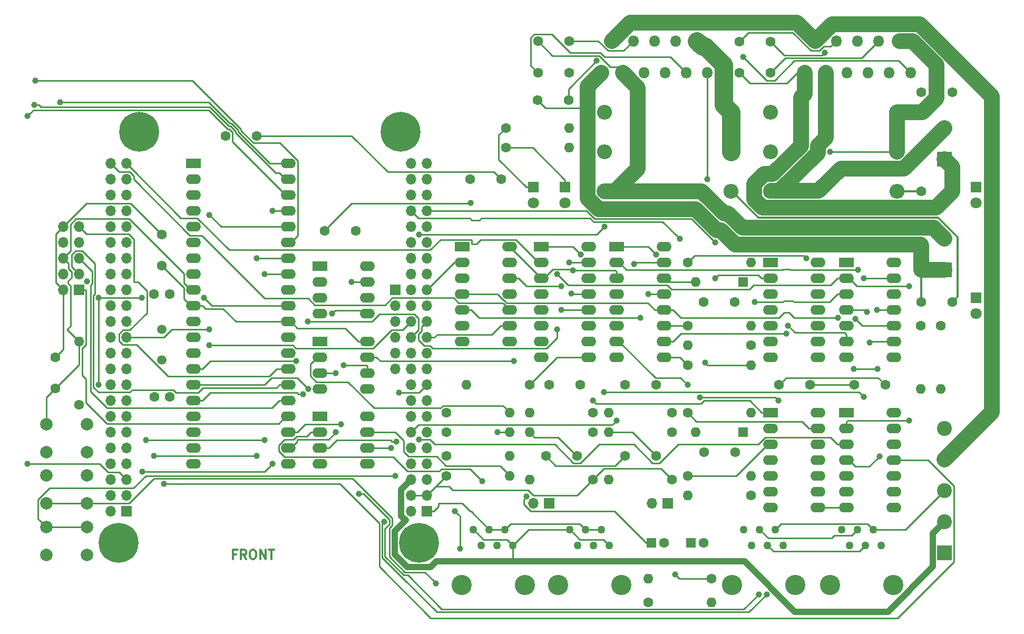
<source format=gtl>
G04 #@! TF.FileFunction,Copper,L1,Top,Signal*
%FSLAX46Y46*%
G04 Gerber Fmt 4.6, Leading zero omitted, Abs format (unit mm)*
G04 Created by KiCad (PCBNEW 4.0.7) date 10/02/17 10:04:21*
%MOMM*%
%LPD*%
G01*
G04 APERTURE LIST*
%ADD10C,0.100000*%
%ADD11C,0.300000*%
%ADD12C,1.600000*%
%ADD13R,1.700000X1.700000*%
%ADD14O,1.700000X1.700000*%
%ADD15R,2.400000X1.600000*%
%ADD16O,2.400000X1.600000*%
%ADD17R,1.600000X1.600000*%
%ADD18O,1.600000X1.600000*%
%ADD19R,1.800000X1.800000*%
%ADD20O,1.800000X1.800000*%
%ADD21R,2.400000X2.400000*%
%ADD22C,2.400000*%
%ADD23C,1.260000*%
%ADD24C,3.250000*%
%ADD25O,2.400000X2.400000*%
%ADD26C,2.000000*%
%ADD27C,1.500000*%
%ADD28C,6.400000*%
%ADD29C,1.800000*%
%ADD30C,1.000000*%
%ADD31C,0.250000*%
%ADD32C,2.500000*%
%ADD33C,0.350000*%
%ADD34C,3.000000*%
%ADD35C,1.000000*%
G04 APERTURE END LIST*
D10*
D11*
X102096429Y-133242857D02*
X101596429Y-133242857D01*
X101596429Y-134028571D02*
X101596429Y-132528571D01*
X102310715Y-132528571D01*
X103739286Y-134028571D02*
X103239286Y-133314286D01*
X102882143Y-134028571D02*
X102882143Y-132528571D01*
X103453571Y-132528571D01*
X103596429Y-132600000D01*
X103667857Y-132671429D01*
X103739286Y-132814286D01*
X103739286Y-133028571D01*
X103667857Y-133171429D01*
X103596429Y-133242857D01*
X103453571Y-133314286D01*
X102882143Y-133314286D01*
X104667857Y-132528571D02*
X104953571Y-132528571D01*
X105096429Y-132600000D01*
X105239286Y-132742857D01*
X105310714Y-133028571D01*
X105310714Y-133528571D01*
X105239286Y-133814286D01*
X105096429Y-133957143D01*
X104953571Y-134028571D01*
X104667857Y-134028571D01*
X104525000Y-133957143D01*
X104382143Y-133814286D01*
X104310714Y-133528571D01*
X104310714Y-133028571D01*
X104382143Y-132742857D01*
X104525000Y-132600000D01*
X104667857Y-132528571D01*
X105953572Y-134028571D02*
X105953572Y-132528571D01*
X106810715Y-134028571D01*
X106810715Y-132528571D01*
X107310715Y-132528571D02*
X108167858Y-132528571D01*
X107739287Y-134028571D02*
X107739287Y-132528571D01*
D12*
X105410000Y-66040000D03*
X100410000Y-66040000D03*
D13*
X171450000Y-125095000D03*
D14*
X168910000Y-125095000D03*
D15*
X187960000Y-110490000D03*
D16*
X195580000Y-125730000D03*
X187960000Y-113030000D03*
X195580000Y-123190000D03*
X187960000Y-115570000D03*
X195580000Y-120650000D03*
X187960000Y-118110000D03*
X195580000Y-118110000D03*
X187960000Y-120650000D03*
X195580000Y-115570000D03*
X187960000Y-123190000D03*
X195580000Y-113030000D03*
X187960000Y-125730000D03*
X195580000Y-110490000D03*
D12*
X206375000Y-106045000D03*
X201375000Y-106045000D03*
X169545000Y-117475000D03*
X164545000Y-117475000D03*
D17*
X175165000Y-131445000D03*
D12*
X177165000Y-131445000D03*
X182165000Y-92710000D03*
X177165000Y-92710000D03*
X212170000Y-59055000D03*
X217170000Y-59055000D03*
X187960000Y-50880000D03*
X182960000Y-50880000D03*
X187960000Y-55880000D03*
X182960000Y-55880000D03*
X189310000Y-106045000D03*
X194310000Y-106045000D03*
X169545000Y-106045000D03*
X164545000Y-106045000D03*
X212170000Y-74930000D03*
X217170000Y-74930000D03*
X144700000Y-73025000D03*
X139700000Y-73025000D03*
X156845000Y-117475000D03*
X151845000Y-117475000D03*
X182245000Y-116840000D03*
X177245000Y-116840000D03*
X150575000Y-55880000D03*
X155575000Y-55880000D03*
X157400000Y-106045000D03*
X152400000Y-106045000D03*
X150575000Y-50800000D03*
X155575000Y-50800000D03*
X155495000Y-60325000D03*
X150495000Y-60325000D03*
X90170000Y-86915000D03*
X90170000Y-81915000D03*
X217170000Y-92710000D03*
X212170000Y-92710000D03*
X116285000Y-81280000D03*
X121285000Y-81280000D03*
X88940000Y-107950000D03*
X91440000Y-107950000D03*
X91400000Y-91440000D03*
X88900000Y-91440000D03*
X73025000Y-106600000D03*
X73025000Y-101600000D03*
D17*
X183515000Y-89535000D03*
D18*
X175895000Y-89535000D03*
D17*
X183515000Y-113665000D03*
D18*
X175895000Y-113665000D03*
D19*
X193430000Y-55880000D03*
D20*
X195130000Y-50800000D03*
X196830000Y-55880000D03*
X198530000Y-50800000D03*
X200230000Y-55880000D03*
X201930000Y-50800000D03*
X203630000Y-55880000D03*
X205330000Y-50800000D03*
X207030000Y-55880000D03*
X208730000Y-50800000D03*
X210430000Y-55880000D03*
D19*
X160800000Y-55880000D03*
D20*
X162500000Y-50800000D03*
X164200000Y-55880000D03*
X165900000Y-50800000D03*
X167600000Y-55880000D03*
X169300000Y-50800000D03*
X171000000Y-55880000D03*
X172700000Y-50800000D03*
X174400000Y-55880000D03*
X176100000Y-50800000D03*
X177800000Y-55880000D03*
D15*
X115570000Y-99060000D03*
D16*
X123190000Y-106680000D03*
X115570000Y-101600000D03*
X123190000Y-104140000D03*
X115570000Y-104140000D03*
X123190000Y-101600000D03*
X115570000Y-106680000D03*
X123190000Y-99060000D03*
D15*
X115570000Y-111125000D03*
D16*
X123190000Y-118745000D03*
X115570000Y-113665000D03*
X123190000Y-116205000D03*
X115570000Y-116205000D03*
X123190000Y-113665000D03*
X115570000Y-118745000D03*
X123190000Y-111125000D03*
D13*
X127635000Y-90805000D03*
D14*
X127635000Y-93345000D03*
X127635000Y-95885000D03*
X127635000Y-98425000D03*
X127635000Y-100965000D03*
X127635000Y-103505000D03*
D21*
X215900000Y-133016000D03*
D22*
X215900000Y-128016000D03*
X215900000Y-123016000D03*
X215900000Y-118016000D03*
X215900000Y-113016000D03*
D21*
X215900000Y-69770000D03*
D22*
X215900000Y-64770000D03*
D21*
X215900000Y-87550000D03*
D22*
X215900000Y-82550000D03*
D23*
X199386000Y-129286000D03*
X200656000Y-131826000D03*
X201926000Y-129286000D03*
X203196000Y-131826000D03*
X204466000Y-129286000D03*
X205736000Y-131826000D03*
D24*
X207641000Y-138176000D03*
X197481000Y-138176000D03*
D23*
X183642000Y-129286000D03*
X184912000Y-131826000D03*
X186182000Y-129286000D03*
X187452000Y-131826000D03*
X188722000Y-129286000D03*
X189992000Y-131826000D03*
D24*
X191897000Y-138176000D03*
X181737000Y-138176000D03*
D23*
X155702000Y-129286000D03*
X156972000Y-131826000D03*
X158242000Y-129286000D03*
X159512000Y-131826000D03*
X160782000Y-129286000D03*
X162052000Y-131826000D03*
D24*
X163957000Y-138176000D03*
X153797000Y-138176000D03*
D23*
X140208000Y-129286000D03*
X141478000Y-131826000D03*
X142748000Y-129286000D03*
X144018000Y-131826000D03*
X145288000Y-129286000D03*
X146558000Y-131826000D03*
D24*
X148463000Y-138176000D03*
X138303000Y-138176000D03*
D13*
X152400000Y-125095000D03*
D14*
X149860000Y-125095000D03*
D13*
X132715000Y-126365000D03*
D14*
X130175000Y-126365000D03*
X132715000Y-123825000D03*
X130175000Y-123825000D03*
X132715000Y-121285000D03*
X130175000Y-121285000D03*
X132715000Y-118745000D03*
X130175000Y-118745000D03*
X132715000Y-116205000D03*
X130175000Y-116205000D03*
X132715000Y-113665000D03*
X130175000Y-113665000D03*
X132715000Y-111125000D03*
X130175000Y-111125000D03*
X132715000Y-108585000D03*
X130175000Y-108585000D03*
X132715000Y-106045000D03*
X130175000Y-106045000D03*
X132715000Y-103505000D03*
X130175000Y-103505000D03*
X132715000Y-100965000D03*
X130175000Y-100965000D03*
X132715000Y-98425000D03*
X130175000Y-98425000D03*
X132715000Y-95885000D03*
X130175000Y-95885000D03*
X132715000Y-93345000D03*
X130175000Y-93345000D03*
X132715000Y-90805000D03*
X130175000Y-90805000D03*
X132715000Y-88265000D03*
X130175000Y-88265000D03*
X132715000Y-85725000D03*
X130175000Y-85725000D03*
X132715000Y-83185000D03*
X130175000Y-83185000D03*
X132715000Y-80645000D03*
X130175000Y-80645000D03*
X132715000Y-78105000D03*
X130175000Y-78105000D03*
X132715000Y-75565000D03*
X130175000Y-75565000D03*
X132715000Y-73025000D03*
X130175000Y-73025000D03*
X132715000Y-70485000D03*
X130175000Y-70485000D03*
D13*
X84455000Y-126365000D03*
D14*
X81915000Y-126365000D03*
X84455000Y-123825000D03*
X81915000Y-123825000D03*
X84455000Y-121285000D03*
X81915000Y-121285000D03*
X84455000Y-118745000D03*
X81915000Y-118745000D03*
X84455000Y-116205000D03*
X81915000Y-116205000D03*
X84455000Y-113665000D03*
X81915000Y-113665000D03*
X84455000Y-111125000D03*
X81915000Y-111125000D03*
X84455000Y-108585000D03*
X81915000Y-108585000D03*
X84455000Y-106045000D03*
X81915000Y-106045000D03*
X84455000Y-103505000D03*
X81915000Y-103505000D03*
X84455000Y-100965000D03*
X81915000Y-100965000D03*
X84455000Y-98425000D03*
X81915000Y-98425000D03*
X84455000Y-95885000D03*
X81915000Y-95885000D03*
X84455000Y-93345000D03*
X81915000Y-93345000D03*
X84455000Y-90805000D03*
X81915000Y-90805000D03*
X84455000Y-88265000D03*
X81915000Y-88265000D03*
X84455000Y-85725000D03*
X81915000Y-85725000D03*
X84455000Y-83185000D03*
X81915000Y-83185000D03*
X84455000Y-80645000D03*
X81915000Y-80645000D03*
X84455000Y-78105000D03*
X81915000Y-78105000D03*
X84455000Y-75565000D03*
X81915000Y-75565000D03*
X84455000Y-73025000D03*
X81915000Y-73025000D03*
X84455000Y-70485000D03*
X81915000Y-70485000D03*
D12*
X172085000Y-121285000D03*
D18*
X161925000Y-121285000D03*
D12*
X172085000Y-113665000D03*
D18*
X161925000Y-113665000D03*
D12*
X168275000Y-140970000D03*
D18*
X178435000Y-140970000D03*
D12*
X174625000Y-102870000D03*
D18*
X184785000Y-102870000D03*
D12*
X172085000Y-110490000D03*
D18*
X161925000Y-110490000D03*
D12*
X174625000Y-96520000D03*
D18*
X184785000Y-96520000D03*
D12*
X184785000Y-99695000D03*
D18*
X174625000Y-99695000D03*
D12*
X174625000Y-86360000D03*
D18*
X184785000Y-86360000D03*
D22*
X208280000Y-68580000D03*
D25*
X187960000Y-68580000D03*
D22*
X208280000Y-62230000D03*
D25*
X187960000Y-62230000D03*
D22*
X187960000Y-74930000D03*
D25*
X208280000Y-74930000D03*
D12*
X159385000Y-121285000D03*
D18*
X149225000Y-121285000D03*
D12*
X159385000Y-113665000D03*
D18*
X149225000Y-113665000D03*
D12*
X178435000Y-137160000D03*
D18*
X168275000Y-137160000D03*
D12*
X149225000Y-106045000D03*
D18*
X139065000Y-106045000D03*
D12*
X159385000Y-110490000D03*
D18*
X149225000Y-110490000D03*
D12*
X174625000Y-120650000D03*
D18*
X184785000Y-120650000D03*
D12*
X174625000Y-110490000D03*
D18*
X184785000Y-110490000D03*
D22*
X181610000Y-62230000D03*
D25*
X161290000Y-62230000D03*
D22*
X181610000Y-68580000D03*
D25*
X161290000Y-68580000D03*
D22*
X161290000Y-74930000D03*
D25*
X181610000Y-74930000D03*
D12*
X135890000Y-110490000D03*
D18*
X146050000Y-110490000D03*
D12*
X135890000Y-117475000D03*
D18*
X146050000Y-117475000D03*
D12*
X135890000Y-113665000D03*
D18*
X146050000Y-113665000D03*
D12*
X135890000Y-120650000D03*
D18*
X146050000Y-120650000D03*
D12*
X76835000Y-109220000D03*
D18*
X76835000Y-99060000D03*
D26*
X71605000Y-116840000D03*
X71605000Y-112340000D03*
X78105000Y-116840000D03*
X78105000Y-112340000D03*
D15*
X163195000Y-83820000D03*
D16*
X170815000Y-101600000D03*
X163195000Y-86360000D03*
X170815000Y-99060000D03*
X163195000Y-88900000D03*
X170815000Y-96520000D03*
X163195000Y-91440000D03*
X170815000Y-93980000D03*
X163195000Y-93980000D03*
X170815000Y-91440000D03*
X163195000Y-96520000D03*
X170815000Y-88900000D03*
X163195000Y-99060000D03*
X170815000Y-86360000D03*
X163195000Y-101600000D03*
X170815000Y-83820000D03*
D15*
X187960000Y-86360000D03*
D16*
X195580000Y-101600000D03*
X187960000Y-88900000D03*
X195580000Y-99060000D03*
X187960000Y-91440000D03*
X195580000Y-96520000D03*
X187960000Y-93980000D03*
X195580000Y-93980000D03*
X187960000Y-96520000D03*
X195580000Y-91440000D03*
X187960000Y-99060000D03*
X195580000Y-88900000D03*
X187960000Y-101600000D03*
X195580000Y-86360000D03*
D15*
X200152000Y-110490000D03*
D16*
X207772000Y-125730000D03*
X200152000Y-113030000D03*
X207772000Y-123190000D03*
X200152000Y-115570000D03*
X207772000Y-120650000D03*
X200152000Y-118110000D03*
X207772000Y-118110000D03*
X200152000Y-120650000D03*
X207772000Y-115570000D03*
X200152000Y-123190000D03*
X207772000Y-113030000D03*
X200152000Y-125730000D03*
X207772000Y-110490000D03*
D15*
X138430000Y-83820000D03*
D16*
X146050000Y-99060000D03*
X138430000Y-86360000D03*
X146050000Y-96520000D03*
X138430000Y-88900000D03*
X146050000Y-93980000D03*
X138430000Y-91440000D03*
X146050000Y-91440000D03*
X138430000Y-93980000D03*
X146050000Y-88900000D03*
X138430000Y-96520000D03*
X146050000Y-86360000D03*
X138430000Y-99060000D03*
X146050000Y-83820000D03*
D15*
X200152000Y-86360000D03*
D16*
X207772000Y-101600000D03*
X200152000Y-88900000D03*
X207772000Y-99060000D03*
X200152000Y-91440000D03*
X207772000Y-96520000D03*
X200152000Y-93980000D03*
X207772000Y-93980000D03*
X200152000Y-96520000D03*
X207772000Y-91440000D03*
X200152000Y-99060000D03*
X207772000Y-88900000D03*
X200152000Y-101600000D03*
X207772000Y-86360000D03*
D15*
X115570000Y-86995000D03*
D16*
X123190000Y-94615000D03*
X115570000Y-89535000D03*
X123190000Y-92075000D03*
X115570000Y-92075000D03*
X123190000Y-89535000D03*
X115570000Y-94615000D03*
X123190000Y-86995000D03*
D27*
X90170000Y-102055000D03*
X90170000Y-97155000D03*
D28*
X131440000Y-131445000D03*
X83185000Y-131445000D03*
X128524000Y-65405000D03*
X86487000Y-65405000D03*
D15*
X151130000Y-83820000D03*
D16*
X158750000Y-101600000D03*
X151130000Y-86360000D03*
X158750000Y-99060000D03*
X151130000Y-88900000D03*
X158750000Y-96520000D03*
X151130000Y-91440000D03*
X158750000Y-93980000D03*
X151130000Y-93980000D03*
X158750000Y-91440000D03*
X151130000Y-96520000D03*
X158750000Y-88900000D03*
X151130000Y-99060000D03*
X158750000Y-86360000D03*
X151130000Y-101600000D03*
X158750000Y-83820000D03*
D12*
X184785000Y-123825000D03*
D18*
X174625000Y-123825000D03*
D19*
X220980000Y-74295000D03*
D29*
X220980000Y-76835000D03*
D19*
X220980000Y-92075000D03*
D29*
X220980000Y-94615000D03*
D12*
X212090000Y-96520000D03*
D18*
X212090000Y-106680000D03*
D12*
X215265000Y-96520000D03*
D18*
X215265000Y-106680000D03*
D15*
X95250000Y-70485000D03*
D16*
X110490000Y-118745000D03*
X95250000Y-73025000D03*
X110490000Y-116205000D03*
X95250000Y-75565000D03*
X110490000Y-113665000D03*
X95250000Y-78105000D03*
X110490000Y-111125000D03*
X95250000Y-80645000D03*
X110490000Y-108585000D03*
X95250000Y-83185000D03*
X110490000Y-106045000D03*
X95250000Y-85725000D03*
X110490000Y-103505000D03*
X95250000Y-88265000D03*
X110490000Y-100965000D03*
X95250000Y-90805000D03*
X110490000Y-98425000D03*
X95250000Y-93345000D03*
X110490000Y-95885000D03*
X95250000Y-95885000D03*
X110490000Y-93345000D03*
X95250000Y-98425000D03*
X110490000Y-90805000D03*
X95250000Y-100965000D03*
X110490000Y-88265000D03*
X95250000Y-103505000D03*
X110490000Y-85725000D03*
X95250000Y-106045000D03*
X110490000Y-83185000D03*
X95250000Y-108585000D03*
X110490000Y-80645000D03*
X95250000Y-111125000D03*
X110490000Y-78105000D03*
X95250000Y-113665000D03*
X110490000Y-75565000D03*
X95250000Y-116205000D03*
X110490000Y-73025000D03*
X95250000Y-118745000D03*
X110490000Y-70485000D03*
D17*
X168815000Y-131445000D03*
D12*
X170815000Y-131445000D03*
D19*
X154940000Y-74295000D03*
D29*
X154940000Y-76835000D03*
D19*
X149860000Y-74295000D03*
D29*
X149860000Y-76835000D03*
D12*
X145415000Y-67945000D03*
D18*
X155575000Y-67945000D03*
D12*
X145415000Y-64770000D03*
D18*
X155575000Y-64770000D03*
D13*
X76835000Y-90805000D03*
D14*
X74295000Y-90805000D03*
X76835000Y-88265000D03*
X74295000Y-88265000D03*
X76835000Y-85725000D03*
X74295000Y-85725000D03*
X76835000Y-83185000D03*
X74295000Y-83185000D03*
X76835000Y-80645000D03*
X74295000Y-80645000D03*
D26*
X71605000Y-125095000D03*
X71605000Y-120595000D03*
X78105000Y-125095000D03*
X78105000Y-120595000D03*
X71605000Y-133405000D03*
X71605000Y-128905000D03*
X78105000Y-133405000D03*
X78105000Y-128905000D03*
D30*
X166000871Y-86625871D03*
X96964990Y-92075000D03*
X117475000Y-94615000D03*
X177410018Y-102480018D03*
X174625000Y-106045000D03*
X80010000Y-106045000D03*
X78112443Y-89400658D03*
X86949989Y-92079745D03*
X80010000Y-92075000D03*
X139747587Y-76835000D03*
X156210000Y-87630000D03*
X172625001Y-136525000D03*
X196649963Y-52699979D03*
X155575000Y-86360000D03*
X148780010Y-123983186D03*
X160020000Y-53975000D03*
X205052054Y-93980000D03*
X197485000Y-68580000D03*
X183515000Y-53340000D03*
X185420000Y-92710000D03*
X190760035Y-96520000D03*
X177800000Y-73025000D03*
X127000000Y-116205000D03*
X128270000Y-107315000D03*
X127825010Y-115125010D03*
X144099983Y-113665000D03*
X146685000Y-102235000D03*
X141605000Y-121475010D03*
X121847892Y-123535160D03*
X120650000Y-89535000D03*
X186055000Y-139700000D03*
X125889378Y-128047271D03*
X187325000Y-139700000D03*
X168275000Y-91440000D03*
X167005000Y-95250000D03*
X155949969Y-91397550D03*
X163195000Y-111760000D03*
X153670000Y-97155000D03*
X131445000Y-114840001D03*
X161290000Y-80650021D03*
X131445000Y-81915000D03*
X201984873Y-87575127D03*
X201549988Y-95400168D03*
X179070000Y-88900000D03*
X179070000Y-83185000D03*
X176585016Y-108025041D03*
X189230000Y-108585000D03*
X173355000Y-82550000D03*
X90474374Y-121925021D03*
X153670000Y-88265000D03*
X210185000Y-90170000D03*
X169545000Y-85090000D03*
X193675000Y-85725000D03*
X157480000Y-85090000D03*
X190500000Y-97790000D03*
X198755000Y-95250000D03*
X161175031Y-107200031D03*
X202950013Y-107950000D03*
X154305000Y-93980000D03*
X154305000Y-90170000D03*
X203402042Y-94355737D03*
X203852035Y-99246778D03*
X205433571Y-117544829D03*
X201295000Y-103505000D03*
X205105000Y-103505000D03*
X202952031Y-88898517D03*
X159385000Y-108585000D03*
X210185000Y-111760000D03*
X137216277Y-126308723D03*
X138040011Y-132373260D03*
X134221846Y-137965886D03*
X127635000Y-120650000D03*
X111704991Y-102235000D03*
X113665000Y-106680000D03*
X118935010Y-112395000D03*
X119380000Y-102870000D03*
X118110000Y-113665000D03*
X118110000Y-104140000D03*
X113640644Y-95885000D03*
X112815634Y-107527706D03*
X97790000Y-99695000D03*
X105410000Y-85725000D03*
X105410000Y-117475000D03*
X88900000Y-117475000D03*
X106680000Y-88265000D03*
X106680000Y-114935000D03*
X87630000Y-114935000D03*
X68580000Y-118745000D03*
X68580000Y-62865000D03*
X86995000Y-120015000D03*
X107950000Y-118745000D03*
X107950000Y-78105000D03*
X69850000Y-57150000D03*
X97790000Y-97155000D03*
X97790000Y-78740000D03*
X69698167Y-61054989D03*
X73811046Y-60604978D03*
D31*
X166266742Y-86360000D02*
X166000871Y-86625871D01*
X170815000Y-86360000D02*
X166266742Y-86360000D01*
X169545000Y-117475000D02*
X165735000Y-113665000D01*
X165735000Y-113665000D02*
X161925000Y-113665000D01*
X98234990Y-93345000D02*
X97464989Y-92574999D01*
X110490000Y-93345000D02*
X98234990Y-93345000D01*
X97464989Y-92574999D02*
X96964990Y-92075000D01*
X117475000Y-94615000D02*
X117974999Y-94115001D01*
X122690001Y-94115001D02*
X123190000Y-94615000D01*
X117974999Y-94115001D02*
X122690001Y-94115001D01*
X134620000Y-125095000D02*
X134620000Y-125560000D01*
X134620000Y-125560000D02*
X133815000Y-126365000D01*
X133815000Y-126365000D02*
X132715000Y-126365000D01*
X138430000Y-125095000D02*
X134620000Y-125095000D01*
X139700000Y-126365000D02*
X138430000Y-125095000D01*
X139827000Y-126365000D02*
X139700000Y-126365000D01*
X75144999Y-79795001D02*
X74295000Y-80645000D01*
X78010001Y-76929999D02*
X75144999Y-79795001D01*
X85184999Y-76929999D02*
X78010001Y-76929999D01*
X90170000Y-81915000D02*
X85184999Y-76929999D01*
X74295000Y-90805000D02*
X74295000Y-100330000D01*
X74295000Y-100330000D02*
X73025000Y-101600000D01*
X74295000Y-80645000D02*
X73119999Y-81820001D01*
X73119999Y-81820001D02*
X73119999Y-89629999D01*
X73119999Y-89629999D02*
X73445001Y-89955001D01*
X73445001Y-89955001D02*
X74295000Y-90805000D01*
X142748000Y-129286000D02*
X139827000Y-126365000D01*
X145288000Y-129286000D02*
X144397046Y-129286000D01*
X144397046Y-129286000D02*
X142748000Y-129286000D01*
X158242000Y-129286000D02*
X157286999Y-128330999D01*
X157286999Y-128330999D02*
X146243001Y-128330999D01*
X146243001Y-128330999D02*
X145917999Y-128656001D01*
X145917999Y-128656001D02*
X145288000Y-129286000D01*
X160782000Y-129286000D02*
X158242000Y-129286000D01*
X184785000Y-102870000D02*
X177800000Y-102870000D01*
X177800000Y-102870000D02*
X177410018Y-102480018D01*
X163745001Y-118274999D02*
X164545000Y-117475000D01*
X162969988Y-119050012D02*
X163745001Y-118274999D01*
X153420012Y-119050012D02*
X162969988Y-119050012D01*
X151845000Y-117475000D02*
X153420012Y-119050012D01*
X195441370Y-106045000D02*
X201375000Y-106045000D01*
X194310000Y-106045000D02*
X195441370Y-106045000D01*
X175895000Y-89535000D02*
X171450000Y-89535000D01*
X171450000Y-89535000D02*
X170815000Y-88900000D01*
X200152000Y-125730000D02*
X195580000Y-125730000D01*
X174625000Y-106045000D02*
X173499999Y-104919999D01*
X173499999Y-104919999D02*
X169454999Y-104919999D01*
X169454999Y-104919999D02*
X163595000Y-99060000D01*
X163595000Y-99060000D02*
X163195000Y-99060000D01*
X105410000Y-66040000D02*
X120650000Y-66040000D01*
X120650000Y-66040000D02*
X126459999Y-71849999D01*
X126459999Y-71849999D02*
X143524999Y-71849999D01*
X143524999Y-71849999D02*
X143900001Y-72225001D01*
X143900001Y-72225001D02*
X144700000Y-73025000D01*
X80010000Y-92075000D02*
X80010000Y-106045000D01*
X119615000Y-96935000D02*
X121740000Y-99060000D01*
X111940000Y-96935000D02*
X119615000Y-96935000D01*
X121740000Y-99060000D02*
X123190000Y-99060000D01*
X110890000Y-95885000D02*
X111940000Y-96935000D01*
X110490000Y-95885000D02*
X110890000Y-95885000D01*
X80010000Y-92075000D02*
X86945244Y-92075000D01*
X86945244Y-92075000D02*
X86949989Y-92079745D01*
X96700000Y-93345000D02*
X95250000Y-93345000D01*
X97150011Y-93795011D02*
X96700000Y-93345000D01*
X99966421Y-93795011D02*
X97150011Y-93795011D01*
X102056410Y-95885000D02*
X99966421Y-93795011D01*
X110490000Y-95885000D02*
X102056410Y-95885000D01*
X158585001Y-122084999D02*
X159385000Y-121285000D01*
X136896003Y-122975001D02*
X148992817Y-122975001D01*
X132715000Y-123825000D02*
X134175001Y-122364999D01*
X156845000Y-123825000D02*
X158585001Y-122084999D01*
X148992817Y-122975001D02*
X149842816Y-123825000D01*
X149842816Y-123825000D02*
X156845000Y-123825000D01*
X136286001Y-122364999D02*
X136896003Y-122975001D01*
X134175001Y-122364999D02*
X136286001Y-122364999D01*
X139652588Y-76929999D02*
X120635001Y-76929999D01*
X120635001Y-76929999D02*
X117084999Y-80480001D01*
X139747587Y-76835000D02*
X139652588Y-76929999D01*
X117084999Y-80480001D02*
X116285000Y-81280000D01*
X95250000Y-93345000D02*
X94850000Y-93345000D01*
X94850000Y-93345000D02*
X93724990Y-92219990D01*
X93724990Y-92219990D02*
X93724990Y-90469990D01*
X93724990Y-90469990D02*
X90969999Y-87714999D01*
X90969999Y-87714999D02*
X90170000Y-86915000D01*
X135890000Y-120650000D02*
X132715000Y-123825000D01*
X151130000Y-88900000D02*
X146050000Y-83820000D01*
X156067873Y-87630000D02*
X156774979Y-87630000D01*
X152990002Y-87439998D02*
X155877871Y-87439998D01*
X155877871Y-87439998D02*
X156067873Y-87630000D01*
X151530000Y-88900000D02*
X152990002Y-87439998D01*
X151130000Y-88900000D02*
X151530000Y-88900000D01*
X160184999Y-120485001D02*
X159385000Y-121285000D01*
X161169977Y-119500023D02*
X160184999Y-120485001D01*
X170300023Y-119500023D02*
X161169977Y-119500023D01*
X172085000Y-121285000D02*
X170300023Y-119500023D01*
X178435000Y-137160000D02*
X173260001Y-137160000D01*
X173260001Y-137160000D02*
X172625001Y-136525000D01*
X156774979Y-87630000D02*
X162975000Y-87630000D01*
X162975000Y-87630000D02*
X163195000Y-87850000D01*
X163195000Y-87850000D02*
X163195000Y-88900000D01*
X130175000Y-123825000D02*
X132715000Y-123825000D01*
X187960000Y-115570000D02*
X187560000Y-115570000D01*
X187560000Y-115570000D02*
X182480000Y-120650000D01*
X182480000Y-120650000D02*
X175756370Y-120650000D01*
X175756370Y-120650000D02*
X174625000Y-120650000D01*
X174625000Y-96520000D02*
X170815000Y-96520000D01*
X206375000Y-106045000D02*
X205249999Y-104919999D01*
X205249999Y-104919999D02*
X190435001Y-104919999D01*
X190435001Y-104919999D02*
X190109999Y-105245001D01*
X190109999Y-105245001D02*
X189310000Y-106045000D01*
X190154978Y-53074978D02*
X196274964Y-53074978D01*
X196274964Y-53074978D02*
X196649963Y-52699979D01*
X187960000Y-50880000D02*
X190154978Y-53074978D01*
D32*
X199261012Y-71280010D02*
X195661031Y-74879991D01*
X196830000Y-57152792D02*
X196830000Y-55880000D01*
X196830000Y-66348998D02*
X196830000Y-57152792D01*
X195661031Y-74879991D02*
X189400401Y-74879991D01*
X215900000Y-64770000D02*
X214700001Y-65969999D01*
X214700001Y-65969999D02*
X214700001Y-65978389D01*
X195534999Y-67643999D02*
X196830000Y-66348998D01*
X214700001Y-65978389D02*
X209398380Y-71280010D01*
X189400401Y-74879991D02*
X195534999Y-68745393D01*
X209398380Y-71280010D02*
X199261012Y-71280010D01*
X195534999Y-68745393D02*
X195534999Y-67643999D01*
X189400401Y-74879991D02*
X188010009Y-74879991D01*
D31*
X183759999Y-50080001D02*
X182960000Y-50880000D01*
X184414999Y-49425001D02*
X183759999Y-50080001D01*
X191527601Y-49425001D02*
X184414999Y-49425001D01*
X194477609Y-52375009D02*
X191527601Y-49425001D01*
X195782391Y-52375009D02*
X194477609Y-52375009D01*
X196457401Y-51699999D02*
X195782391Y-52375009D01*
X197630001Y-51699999D02*
X196457401Y-51699999D01*
X198530000Y-50800000D02*
X197630001Y-51699999D01*
X205330000Y-50800000D02*
X202605011Y-53524989D01*
X202605011Y-53524989D02*
X190315011Y-53524989D01*
X190315011Y-53524989D02*
X188759999Y-55080001D01*
X188759999Y-55080001D02*
X187960000Y-55880000D01*
X192280000Y-55880000D02*
X193430000Y-55880000D01*
X190559991Y-57600009D02*
X192280000Y-55880000D01*
X184680009Y-57600009D02*
X190559991Y-57600009D01*
X182960000Y-55880000D02*
X184680009Y-57600009D01*
D32*
X185309999Y-73761611D02*
X186891629Y-72179981D01*
X188282021Y-72179981D02*
X192834989Y-67627013D01*
X186891629Y-72179981D02*
X188282021Y-72179981D01*
X192834989Y-67627013D02*
X192834989Y-59875011D01*
X214519999Y-77580001D02*
X186687999Y-77580001D01*
X186687999Y-77580001D02*
X185309999Y-76202001D01*
X217170000Y-74930000D02*
X214519999Y-77580001D01*
X193430000Y-59280000D02*
X193430000Y-55880000D01*
X185309999Y-76202001D02*
X185309999Y-73761611D01*
X192834989Y-59875011D02*
X193430000Y-59280000D01*
X217170000Y-74930000D02*
X217170000Y-71040000D01*
X217170000Y-71040000D02*
X215900000Y-69770000D01*
D33*
X208280000Y-74930000D02*
X212170000Y-74930000D01*
D31*
X149225000Y-113665000D02*
X150024999Y-114464999D01*
X150024999Y-114464999D02*
X153834999Y-114464999D01*
X153834999Y-114464999D02*
X156045001Y-116675001D01*
X156045001Y-116675001D02*
X156845000Y-117475000D01*
X155575000Y-86360000D02*
X158750000Y-86360000D01*
X148280011Y-124483185D02*
X148780010Y-123983186D01*
X162885000Y-126365000D02*
X149390998Y-126365000D01*
X168815000Y-131445000D02*
X167965000Y-131445000D01*
X149390998Y-126365000D02*
X148280011Y-125254013D01*
X167965000Y-131445000D02*
X162885000Y-126365000D01*
X148280011Y-125254013D02*
X148280011Y-124483185D01*
X160602402Y-52699987D02*
X161242415Y-53340000D01*
X152784997Y-49674999D02*
X155809985Y-52699987D01*
X149449999Y-54754999D02*
X149449999Y-50259999D01*
X149449999Y-50259999D02*
X150034999Y-49674999D01*
X150575000Y-55880000D02*
X149449999Y-54754999D01*
X171860000Y-53340000D02*
X173500001Y-54980001D01*
X161242415Y-53340000D02*
X171860000Y-53340000D01*
X173500001Y-54980001D02*
X174400000Y-55880000D01*
X155809985Y-52699987D02*
X160602402Y-52699987D01*
X150034999Y-49674999D02*
X152784997Y-49674999D01*
X162246005Y-54980001D02*
X163300001Y-54980001D01*
X160416002Y-53149998D02*
X162246005Y-54980001D01*
X163300001Y-54980001D02*
X164200000Y-55880000D01*
X152924998Y-53149998D02*
X160416002Y-53149998D01*
X150575000Y-50800000D02*
X152924998Y-53149998D01*
D32*
X214700001Y-81350001D02*
X215900000Y-82550000D01*
X214180023Y-80830023D02*
X214700001Y-81350001D01*
X162987056Y-74930000D02*
X176860791Y-74930000D01*
X180465778Y-78534987D02*
X181124384Y-78534988D01*
X181124384Y-78534988D02*
X183419418Y-80830022D01*
X183419418Y-80830022D02*
X214180023Y-80830023D01*
X176860791Y-74930000D02*
X180465778Y-78534987D01*
X161290000Y-74930000D02*
X162987056Y-74930000D01*
X162987056Y-74930000D02*
X166640011Y-71277045D01*
X166640011Y-71277045D02*
X166640011Y-58320011D01*
X166640011Y-58320011D02*
X165099999Y-56779999D01*
X165099999Y-56779999D02*
X164200000Y-55880000D01*
D31*
X164324991Y-52375009D02*
X161847609Y-52375009D01*
X156706370Y-50800000D02*
X155575000Y-50800000D01*
X165900000Y-50800000D02*
X164324991Y-52375009D01*
X161847609Y-52375009D02*
X160272600Y-50800000D01*
X160272600Y-50800000D02*
X156706370Y-50800000D01*
X155495000Y-60325000D02*
X155495000Y-58500000D01*
X155495000Y-58500000D02*
X160020000Y-53975000D01*
D32*
X158589990Y-58090010D02*
X158589990Y-61595000D01*
D31*
X150495000Y-60325000D02*
X151765000Y-61595000D01*
D32*
X158589990Y-61595000D02*
X158589990Y-76048382D01*
D31*
X151765000Y-61595000D02*
X158589990Y-61595000D01*
D32*
X212200000Y-83640031D02*
X212200000Y-87550000D01*
X179347398Y-81234998D02*
X180006002Y-81234998D01*
X175912390Y-77799989D02*
X179347398Y-81234998D01*
X160341597Y-77799989D02*
X175912390Y-77799989D01*
X160800000Y-55880000D02*
X158589990Y-58090010D01*
X158589990Y-76048382D02*
X160341597Y-77799989D01*
X180006002Y-81234998D02*
X182301037Y-83530033D01*
X182301037Y-83530033D02*
X212090002Y-83530033D01*
X212090002Y-83530033D02*
X212200000Y-83640031D01*
D33*
X212170000Y-92710000D02*
X212170000Y-87580000D01*
X212170000Y-87580000D02*
X212200000Y-87550000D01*
D32*
X212200000Y-87550000D02*
X215900000Y-87550000D01*
D33*
X214853125Y-79205013D02*
X217969999Y-82321888D01*
X181739886Y-74930000D02*
X186014898Y-79205012D01*
X217969999Y-82321888D02*
X217969999Y-91910001D01*
X186014898Y-79205012D02*
X214853125Y-79205013D01*
X217969999Y-91910001D02*
X217170000Y-92710000D01*
X181610000Y-74930000D02*
X181739886Y-74930000D01*
D31*
X76835000Y-99060000D02*
X74930000Y-97155000D01*
X74930000Y-97155000D02*
X75470001Y-96614999D01*
X75470001Y-96614999D02*
X75470001Y-90076412D01*
X75470001Y-90076412D02*
X75114989Y-89721400D01*
X75659999Y-87890997D02*
X75144999Y-87375997D01*
X75114989Y-89721400D02*
X75114989Y-89348600D01*
X75114989Y-89348600D02*
X75659999Y-88803590D01*
X75659999Y-88803590D02*
X75659999Y-87890997D01*
X75144999Y-87375997D02*
X75144999Y-86574999D01*
X75144999Y-86574999D02*
X74295000Y-85725000D01*
X73025000Y-106600000D02*
X71605000Y-108020000D01*
X71605000Y-108020000D02*
X71605000Y-112340000D01*
X76365998Y-79375000D02*
X84924002Y-79375000D01*
X84924002Y-79375000D02*
X93724990Y-88175988D01*
X93724990Y-88175988D02*
X93724990Y-89679990D01*
X93724990Y-89679990D02*
X94850000Y-90805000D01*
X94850000Y-90805000D02*
X95250000Y-90805000D01*
X74295000Y-85725000D02*
X75470001Y-84549999D01*
X75470001Y-84549999D02*
X75470001Y-80270997D01*
X75470001Y-80270997D02*
X76365998Y-79375000D01*
X76835000Y-99060000D02*
X76835000Y-102790000D01*
X76835000Y-102790000D02*
X73025000Y-106600000D01*
D32*
X223520000Y-59690000D02*
X223520000Y-110396000D01*
X223520000Y-110396000D02*
X215900000Y-118016000D01*
X211929990Y-48099990D02*
X223520000Y-59690000D01*
X195130000Y-50800000D02*
X197830010Y-48099990D01*
X197830010Y-48099990D02*
X211929990Y-48099990D01*
X162500000Y-50800000D02*
X165450009Y-47849991D01*
X194230001Y-49900001D02*
X195130000Y-50800000D01*
X165450009Y-47849991D02*
X192179991Y-47849991D01*
X192179991Y-47849991D02*
X194230001Y-49900001D01*
D31*
X207772000Y-93980000D02*
X205052054Y-93980000D01*
D32*
X208280000Y-62230000D02*
X212325002Y-62230000D01*
X212325002Y-62230000D02*
X214630000Y-59925002D01*
X214630000Y-59925002D02*
X214630000Y-54618390D01*
X214630000Y-54618390D02*
X210811610Y-50800000D01*
X210811610Y-50800000D02*
X208730000Y-50800000D01*
D31*
X197485000Y-68580000D02*
X208280000Y-68580000D01*
D32*
X208280000Y-62230000D02*
X208280000Y-68580000D01*
D31*
X188595000Y-57150000D02*
X187325000Y-57150000D01*
X187325000Y-57150000D02*
X183515000Y-53340000D01*
X191770000Y-53975000D02*
X188595000Y-57150000D01*
X191770000Y-53975000D02*
X208525000Y-53975000D01*
X208525000Y-53975000D02*
X210430000Y-55880000D01*
X190103999Y-92519999D02*
X191531001Y-92519999D01*
X197432000Y-92710000D02*
X198702000Y-91440000D01*
X189913998Y-92710000D02*
X190103999Y-92519999D01*
X198702000Y-91440000D02*
X200152000Y-91440000D01*
X185420000Y-92710000D02*
X189913998Y-92710000D01*
X191531001Y-92519999D02*
X191721002Y-92710000D01*
X191721002Y-92710000D02*
X197432000Y-92710000D01*
X190760035Y-96520000D02*
X191885045Y-97645010D01*
X191885045Y-97645010D02*
X199787010Y-97645010D01*
X199787010Y-97645010D02*
X200152000Y-98010000D01*
X200152000Y-98010000D02*
X200152000Y-99060000D01*
D34*
X181610000Y-62230000D02*
X181610000Y-68580000D01*
X176100000Y-50800000D02*
X176999999Y-51699999D01*
X176999999Y-51699999D02*
X177468001Y-51699999D01*
X177468001Y-51699999D02*
X180400001Y-54631999D01*
X180400001Y-54631999D02*
X180400001Y-61020001D01*
X180400001Y-61020001D02*
X180410001Y-61030001D01*
X180410001Y-61030001D02*
X181610000Y-62230000D01*
D31*
X177800000Y-73025000D02*
X177800000Y-55880000D01*
X124278997Y-109760001D02*
X134954997Y-109760001D01*
X134954997Y-109760001D02*
X135349999Y-109364999D01*
X115570000Y-101600000D02*
X115170000Y-101600000D01*
X115170000Y-101600000D02*
X114044990Y-102725010D01*
X114044990Y-104605994D02*
X114993986Y-105554990D01*
X114044990Y-102725010D02*
X114044990Y-104605994D01*
X144924999Y-109364999D02*
X145250001Y-109690001D01*
X114993986Y-105554990D02*
X120073986Y-105554990D01*
X120073986Y-105554990D02*
X124278997Y-109760001D01*
X135349999Y-109364999D02*
X144924999Y-109364999D01*
X145250001Y-109690001D02*
X146050000Y-110490000D01*
X127000000Y-116205000D02*
X123190000Y-116205000D01*
X123590000Y-116205000D02*
X123190000Y-116205000D01*
X132715000Y-106045000D02*
X131445000Y-107315000D01*
X131445000Y-107315000D02*
X128270000Y-107315000D01*
X127117904Y-115125010D02*
X127825010Y-115125010D01*
X126927894Y-114935000D02*
X127117904Y-115125010D01*
X117020000Y-116205000D02*
X118290000Y-114935000D01*
X115570000Y-116205000D02*
X117020000Y-116205000D01*
X118290000Y-114935000D02*
X126927894Y-114935000D01*
X144099983Y-113665000D02*
X146050000Y-113665000D01*
X123190000Y-101600000D02*
X124640000Y-101600000D01*
X124640000Y-101600000D02*
X125275000Y-102235000D01*
X125275000Y-102235000D02*
X146685000Y-102235000D01*
X139654989Y-119524999D02*
X141105001Y-120975011D01*
X135081745Y-119524999D02*
X139654989Y-119524999D01*
X109913986Y-114790010D02*
X108964990Y-115739006D01*
X134686743Y-119920001D02*
X135081745Y-119524999D01*
X114120000Y-113665000D02*
X113445001Y-114339999D01*
X127310988Y-117619990D02*
X129610999Y-119920001D01*
X109913986Y-117619990D02*
X127310988Y-117619990D01*
X108964990Y-115739006D02*
X108964990Y-116670994D01*
X111355994Y-114790010D02*
X109913986Y-114790010D01*
X141105001Y-120975011D02*
X141605000Y-121475010D01*
X111806005Y-114339999D02*
X111355994Y-114790010D01*
X113445001Y-114339999D02*
X111806005Y-114339999D01*
X108964990Y-116670994D02*
X109913986Y-117619990D01*
X129610999Y-119920001D02*
X134686743Y-119920001D01*
X115570000Y-113665000D02*
X114120000Y-113665000D01*
X127635000Y-113665000D02*
X128999999Y-115029999D01*
X128999999Y-115029999D02*
X128999999Y-116769001D01*
X128999999Y-116769001D02*
X129800997Y-117569999D01*
X129800997Y-117569999D02*
X134319997Y-117569999D01*
X123190000Y-113665000D02*
X127635000Y-113665000D01*
X144474988Y-119074988D02*
X145250001Y-119850001D01*
X135824986Y-119074988D02*
X144474988Y-119074988D01*
X145250001Y-119850001D02*
X146050000Y-120650000D01*
X134319997Y-117569999D02*
X135824986Y-119074988D01*
D35*
X134276871Y-134380131D02*
X146685000Y-134380131D01*
X146685000Y-134380131D02*
X183781135Y-134380131D01*
D31*
X146558000Y-131826000D02*
X146558000Y-134253131D01*
X146558000Y-134253131D02*
X146685000Y-134380131D01*
D35*
X213999999Y-135258003D02*
X213999999Y-129916001D01*
X183781135Y-134380131D02*
X191871005Y-142470001D01*
X133312001Y-135345001D02*
X134276871Y-134380131D01*
X129314498Y-127798500D02*
X127539999Y-129572999D01*
X127539999Y-133317001D02*
X129567999Y-135345001D01*
X128624999Y-122835001D02*
X128624999Y-127109001D01*
X130175000Y-121285000D02*
X128624999Y-122835001D01*
X129567999Y-135345001D02*
X133312001Y-135345001D01*
X206788001Y-142470001D02*
X213999999Y-135258003D01*
X191871005Y-142470001D02*
X206788001Y-142470001D01*
X128624999Y-127109001D02*
X129314498Y-127798500D01*
X213999999Y-129916001D02*
X214700001Y-129215999D01*
X127539999Y-129572999D02*
X127539999Y-133317001D01*
X214700001Y-129215999D02*
X215900000Y-128016000D01*
D31*
X146558000Y-131826000D02*
X145602999Y-130870999D01*
X140837999Y-129915999D02*
X140208000Y-129286000D01*
X145602999Y-130870999D02*
X141792999Y-130870999D01*
X141792999Y-130870999D02*
X140837999Y-129915999D01*
X155702000Y-129286000D02*
X149098000Y-129286000D01*
X149098000Y-129286000D02*
X146558000Y-131826000D01*
X162052000Y-131826000D02*
X161096999Y-130870999D01*
X161096999Y-130870999D02*
X157286999Y-130870999D01*
X157286999Y-130870999D02*
X156331999Y-129915999D01*
X156331999Y-129915999D02*
X155702000Y-129286000D01*
X204466000Y-129286000D02*
X203510999Y-128330999D01*
X203510999Y-128330999D02*
X189677001Y-128330999D01*
X189677001Y-128330999D02*
X189351999Y-128656001D01*
X189351999Y-128656001D02*
X188722000Y-129286000D01*
X215900000Y-123016000D02*
X209630000Y-129286000D01*
X209630000Y-129286000D02*
X204466000Y-129286000D01*
X76835000Y-90805000D02*
X77935000Y-90805000D01*
X77935000Y-90805000D02*
X77960001Y-90830001D01*
X77960001Y-90830001D02*
X77960001Y-98519999D01*
X77960001Y-108909003D02*
X77960001Y-105101824D01*
X108914999Y-112300001D02*
X81350999Y-112300001D01*
X110090000Y-111125000D02*
X108914999Y-112300001D01*
X77960001Y-99600001D02*
X77960001Y-98519999D01*
X110490000Y-111125000D02*
X110090000Y-111125000D01*
X77375001Y-104516824D02*
X77375001Y-100185001D01*
X81350999Y-112300001D02*
X77960001Y-108909003D01*
X77960001Y-105101824D02*
X77375001Y-104516824D01*
X77375001Y-100185001D02*
X77960001Y-99600001D01*
X108574006Y-106510994D02*
X109040000Y-106045000D01*
X96775010Y-106510994D02*
X108574006Y-106510994D01*
X95971004Y-107315000D02*
X96775010Y-106510994D01*
X92470002Y-107315000D02*
X95971004Y-107315000D01*
X76270999Y-84549999D02*
X77399001Y-84549999D01*
X91980001Y-106824999D02*
X92470002Y-107315000D01*
X85414003Y-106824999D02*
X91980001Y-106824999D01*
X75659999Y-85160999D02*
X76270999Y-84549999D01*
X79184998Y-106441002D02*
X79963997Y-107220001D01*
X109040000Y-106045000D02*
X110490000Y-106045000D01*
X79963997Y-107220001D02*
X85019001Y-107220001D01*
X79184998Y-91678998D02*
X79184998Y-106441002D01*
X79387455Y-86538453D02*
X79387455Y-91476541D01*
X79387455Y-91476541D02*
X79184998Y-91678998D01*
X75659999Y-87089999D02*
X75659999Y-85160999D01*
X77399001Y-84549999D02*
X79387455Y-86538453D01*
X76835000Y-88265000D02*
X75659999Y-87089999D01*
X85019001Y-107220001D02*
X85414003Y-106824999D01*
X125995025Y-129162628D02*
X126714380Y-128443273D01*
X122554998Y-123535160D02*
X121847892Y-123535160D01*
X126714380Y-128443273D02*
X126714380Y-127694542D01*
X125995025Y-133616436D02*
X125995025Y-129162628D01*
X128998612Y-136620023D02*
X125995025Y-133616436D01*
X129676280Y-136620023D02*
X128998612Y-136620023D01*
X135151258Y-142095001D02*
X129676280Y-136620023D01*
X183659999Y-142095001D02*
X135151258Y-142095001D01*
X186055000Y-139700000D02*
X183659999Y-142095001D01*
X126714380Y-127694542D02*
X122554998Y-123535160D01*
X120650000Y-89535000D02*
X123190000Y-89535000D01*
X201296001Y-129915999D02*
X201926000Y-129286000D01*
X198176455Y-130241001D02*
X200970999Y-130241001D01*
X197726444Y-130691012D02*
X198176455Y-130241001D01*
X186182000Y-129286000D02*
X187587012Y-130691012D01*
X200970999Y-130241001D02*
X201296001Y-129915999D01*
X187587012Y-130691012D02*
X197726444Y-130691012D01*
X128812212Y-137070034D02*
X125545014Y-133802836D01*
X134339008Y-142545012D02*
X128864030Y-137070034D01*
X187325000Y-139700000D02*
X184479988Y-142545012D01*
X184479988Y-142545012D02*
X134339008Y-142545012D01*
X128864030Y-137070034D02*
X128812212Y-137070034D01*
X125545014Y-133802836D02*
X125545014Y-128391635D01*
X125545014Y-128391635D02*
X125889378Y-128047271D01*
X203196000Y-131826000D02*
X202240999Y-132781001D01*
X202240999Y-132781001D02*
X188407001Y-132781001D01*
X188407001Y-132781001D02*
X188081999Y-132455999D01*
X188081999Y-132455999D02*
X187452000Y-131826000D01*
X168275000Y-91440000D02*
X170815000Y-91440000D01*
X160655000Y-95250000D02*
X167005000Y-95250000D01*
X138430000Y-93980000D02*
X139880000Y-93980000D01*
X139880000Y-93980000D02*
X141150000Y-95250000D01*
X141150000Y-95250000D02*
X160655000Y-95250000D01*
X155992419Y-91440000D02*
X155949969Y-91397550D01*
X158750000Y-91440000D02*
X155992419Y-91440000D01*
X162695001Y-112259999D02*
X163195000Y-111760000D01*
X131350001Y-112489999D02*
X162465001Y-112489999D01*
X130175000Y-113665000D02*
X131350001Y-112489999D01*
X162465001Y-112489999D02*
X162695001Y-112259999D01*
X146050000Y-96520000D02*
X144600000Y-96520000D01*
X144600000Y-96520000D02*
X143185010Y-97934990D01*
X133917081Y-98425000D02*
X132715000Y-98425000D01*
X143185010Y-97934990D02*
X134407091Y-97934990D01*
X134407091Y-97934990D02*
X133917081Y-98425000D01*
X131350001Y-98799003D02*
X132340997Y-99789999D01*
X131350001Y-97886409D02*
X131350001Y-98799003D01*
X131865001Y-97371409D02*
X131350001Y-97886409D01*
X132340997Y-99789999D02*
X133279001Y-99789999D01*
X153670000Y-98511004D02*
X153670000Y-97862106D01*
X133674012Y-100185010D02*
X151995994Y-100185010D01*
X153670000Y-97862106D02*
X153670000Y-97155000D01*
X151995994Y-100185010D02*
X153670000Y-98511004D01*
X133279001Y-99789999D02*
X133674012Y-100185010D01*
X131865001Y-96734999D02*
X131865001Y-97371409D01*
X132715000Y-95885000D02*
X131865001Y-96734999D01*
X138430000Y-86360000D02*
X137160000Y-86360000D01*
X137160000Y-86360000D02*
X133564999Y-89955001D01*
X133564999Y-89955001D02*
X132715000Y-90805000D01*
X133279001Y-114840001D02*
X131445000Y-114840001D01*
X170085001Y-118600001D02*
X169004999Y-118600001D01*
X153274998Y-115570000D02*
X134009000Y-115570000D01*
X187094006Y-114444990D02*
X185968996Y-115570000D01*
X157385001Y-118600001D02*
X156304999Y-118600001D01*
X160415002Y-115570000D02*
X157385001Y-118600001D01*
X165974998Y-115570000D02*
X160415002Y-115570000D01*
X197576990Y-114444990D02*
X187094006Y-114444990D01*
X198702000Y-115570000D02*
X197576990Y-114444990D01*
X200152000Y-115570000D02*
X198702000Y-115570000D01*
X185968996Y-115570000D02*
X173115002Y-115570000D01*
X173115002Y-115570000D02*
X170085001Y-118600001D01*
X134009000Y-115570000D02*
X133279001Y-114840001D01*
X156304999Y-118600001D02*
X153274998Y-115570000D01*
X169004999Y-118600001D02*
X165974998Y-115570000D01*
X160790001Y-81150020D02*
X161290000Y-80650021D01*
X160025021Y-81915000D02*
X160790001Y-81150020D01*
X131445000Y-81915000D02*
X160025021Y-81915000D01*
X164810127Y-87575127D02*
X165969873Y-87575127D01*
X163595000Y-86360000D02*
X164810127Y-87575127D01*
X165969873Y-87575127D02*
X189859125Y-87575127D01*
X163195000Y-86360000D02*
X163595000Y-86360000D01*
X186586129Y-87575127D02*
X189859125Y-87575127D01*
X201277767Y-87575127D02*
X201984873Y-87575127D01*
X189994253Y-87439999D02*
X191005747Y-87439999D01*
X191140875Y-87575127D02*
X201277767Y-87575127D01*
X189859125Y-87575127D02*
X189994253Y-87439999D01*
X191005747Y-87439999D02*
X191140875Y-87575127D01*
X202655786Y-96520000D02*
X201739990Y-95604204D01*
X201739990Y-95604204D02*
X201549988Y-95414202D01*
X207772000Y-96520000D02*
X202655786Y-96520000D01*
X201549988Y-95414202D02*
X201549988Y-95400168D01*
X175260000Y-79375000D02*
X178570001Y-82685001D01*
X158419210Y-78105000D02*
X159689210Y-79375000D01*
X132715000Y-78105000D02*
X158419210Y-78105000D01*
X159689210Y-79375000D02*
X175260000Y-79375000D01*
X178570001Y-82685001D02*
X179070000Y-83185000D01*
X179070000Y-88900000D02*
X179569999Y-88400001D01*
X179569999Y-88400001D02*
X186010001Y-88400001D01*
X186010001Y-88400001D02*
X186510000Y-88900000D01*
X186510000Y-88900000D02*
X187960000Y-88900000D01*
X159502810Y-79825011D02*
X170630011Y-79825011D01*
X141461003Y-79280001D02*
X158957800Y-79280001D01*
X139938999Y-79565001D02*
X141176003Y-79565001D01*
X139653999Y-79280001D02*
X139938999Y-79565001D01*
X141176003Y-79565001D02*
X141461003Y-79280001D01*
X170630011Y-79825011D02*
X172855001Y-82050001D01*
X130175000Y-78105000D02*
X131350001Y-79280001D01*
X172855001Y-82050001D02*
X173355000Y-82550000D01*
X158957800Y-79280001D02*
X159502810Y-79825011D01*
X131350001Y-79280001D02*
X139653999Y-79280001D01*
X189230000Y-108585000D02*
X188670041Y-108025041D01*
X177292122Y-108025041D02*
X176585016Y-108025041D01*
X188670041Y-108025041D02*
X177292122Y-108025041D01*
X91181480Y-121925021D02*
X90474374Y-121925021D01*
X133355013Y-143515013D02*
X125095003Y-135255003D01*
X118750019Y-121925021D02*
X91181480Y-121925021D01*
X125095003Y-128270005D02*
X118750019Y-121925021D01*
X207772000Y-118110000D02*
X213251002Y-118110000D01*
X213251002Y-118110000D02*
X217425001Y-122283999D01*
X217425001Y-122283999D02*
X217425001Y-134476001D01*
X208385989Y-143515013D02*
X133355013Y-143515013D01*
X217425001Y-134476001D02*
X208385989Y-143515013D01*
X125095003Y-135255003D02*
X125095003Y-128270005D01*
X141411003Y-82694999D02*
X140731001Y-83375001D01*
X134944003Y-82694999D02*
X133279001Y-84360001D01*
X150730000Y-86360000D02*
X147064999Y-82694999D01*
X151130000Y-86360000D02*
X150730000Y-86360000D01*
X139955001Y-82759999D02*
X139890001Y-82694999D01*
X85304999Y-71334999D02*
X84455000Y-70485000D01*
X147064999Y-82694999D02*
X141411003Y-82694999D01*
X140731001Y-83375001D02*
X139955001Y-83375001D01*
X139890001Y-82694999D02*
X134944003Y-82694999D01*
X100965000Y-84360001D02*
X95835009Y-79230010D01*
X133279001Y-84360001D02*
X100965000Y-84360001D01*
X93200010Y-79230010D02*
X85304999Y-71334999D01*
X139955001Y-83375001D02*
X139955001Y-82759999D01*
X95835009Y-79230010D02*
X93200010Y-79230010D01*
X171391014Y-90025010D02*
X155430010Y-90025010D01*
X184575001Y-90660001D02*
X172026005Y-90660001D01*
X198702000Y-88900000D02*
X197576990Y-90025010D01*
X172026005Y-90660001D02*
X171391014Y-90025010D01*
X200152000Y-88900000D02*
X198702000Y-88900000D01*
X197576990Y-90025010D02*
X185209992Y-90025010D01*
X185209992Y-90025010D02*
X184575001Y-90660001D01*
X155430010Y-90025010D02*
X153670000Y-88265000D01*
X200152000Y-88900000D02*
X200552000Y-88900000D01*
X201822000Y-90170000D02*
X209477894Y-90170000D01*
X200552000Y-88900000D02*
X201822000Y-90170000D01*
X209477894Y-90170000D02*
X210185000Y-90170000D01*
X81915000Y-70485000D02*
X83279999Y-71849999D01*
X83279999Y-71849999D02*
X85019001Y-71849999D01*
X106680000Y-92169999D02*
X113673995Y-92169999D01*
X85019001Y-71849999D02*
X85630001Y-72460999D01*
X144997606Y-93015021D02*
X145085021Y-93015021D01*
X85630001Y-72460999D02*
X85630001Y-73016005D01*
X85630001Y-73016005D02*
X94673986Y-82059990D01*
X114704006Y-93200010D02*
X126040988Y-93200010D01*
X94673986Y-82059990D02*
X96569991Y-82059990D01*
X144837575Y-92854990D02*
X144997606Y-93015021D01*
X96569991Y-82059990D02*
X106680000Y-92169999D01*
X113673995Y-92169999D02*
X114704006Y-93200010D01*
X126040988Y-93200010D02*
X127165998Y-92075000D01*
X127165998Y-92075000D02*
X137073996Y-92075000D01*
X145085021Y-93015021D02*
X146050000Y-93980000D01*
X137073996Y-92075000D02*
X137853986Y-92854990D01*
X137853986Y-92854990D02*
X144837575Y-92854990D01*
X170815000Y-101600000D02*
X173355000Y-101600000D01*
X173355000Y-101600000D02*
X174625000Y-102870000D01*
X169545000Y-85090000D02*
X168275000Y-83820000D01*
X168275000Y-83820000D02*
X163195000Y-83820000D01*
X174625000Y-86360000D02*
X175750001Y-85234999D01*
X175750001Y-85234999D02*
X193184999Y-85234999D01*
X193184999Y-85234999D02*
X193675000Y-85725000D01*
X158750000Y-101600000D02*
X153670000Y-101600000D01*
X153670000Y-101600000D02*
X149225000Y-106045000D01*
X157480000Y-85090000D02*
X156210000Y-83820000D01*
X156210000Y-83820000D02*
X151130000Y-83820000D01*
X174625000Y-110490000D02*
X176039990Y-111904990D01*
X176039990Y-111904990D02*
X193004990Y-111904990D01*
X193004990Y-111904990D02*
X194130000Y-113030000D01*
X194130000Y-113030000D02*
X195580000Y-113030000D01*
X172265000Y-99060000D02*
X173535000Y-97790000D01*
X173535000Y-97790000D02*
X190500000Y-97790000D01*
X170815000Y-99060000D02*
X172265000Y-99060000D01*
X145561400Y-92854990D02*
X168239990Y-92854990D01*
X168239990Y-92854990D02*
X169365000Y-93980000D01*
X144058996Y-91440000D02*
X145184006Y-92565010D01*
X169365000Y-93980000D02*
X170815000Y-93980000D01*
X138430000Y-91440000D02*
X144058996Y-91440000D01*
X145271421Y-92565010D02*
X145561400Y-92854990D01*
X145184006Y-92565010D02*
X145271421Y-92565010D01*
X189278998Y-95250000D02*
X190103999Y-94424999D01*
X173535000Y-95250000D02*
X189278998Y-95250000D01*
X190896001Y-94424999D02*
X191721002Y-95250000D01*
X191721002Y-95250000D02*
X198047894Y-95250000D01*
X170815000Y-93980000D02*
X172265000Y-93980000D01*
X190103999Y-94424999D02*
X190896001Y-94424999D01*
X198047894Y-95250000D02*
X198755000Y-95250000D01*
X172265000Y-93980000D02*
X173535000Y-95250000D01*
X202200044Y-107200031D02*
X202950013Y-107950000D01*
X161175031Y-107200031D02*
X202200044Y-107200031D01*
X154305000Y-93980000D02*
X158750000Y-93980000D01*
X146050000Y-88900000D02*
X147500000Y-88900000D01*
X147500000Y-88900000D02*
X148770000Y-90170000D01*
X148770000Y-90170000D02*
X154305000Y-90170000D01*
X200152000Y-93980000D02*
X203026305Y-93980000D01*
X203026305Y-93980000D02*
X203402042Y-94355737D01*
X204038813Y-99060000D02*
X203852035Y-99246778D01*
X207772000Y-99060000D02*
X204038813Y-99060000D01*
X200152000Y-118110000D02*
X200552000Y-118110000D01*
X201602000Y-119160000D02*
X203818400Y-119160000D01*
X203818400Y-119160000D02*
X204933572Y-118044828D01*
X204933572Y-118044828D02*
X205433571Y-117544829D01*
X200552000Y-118110000D02*
X201602000Y-119160000D01*
X205105000Y-103505000D02*
X201295000Y-103505000D01*
X207772000Y-88900000D02*
X202953514Y-88900000D01*
X202953514Y-88900000D02*
X202952031Y-88898517D01*
X186510000Y-110490000D02*
X187960000Y-110490000D01*
X177246059Y-108585000D02*
X184605000Y-108585000D01*
X176746060Y-109084999D02*
X177246059Y-108585000D01*
X184605000Y-108585000D02*
X186510000Y-110490000D01*
X159385000Y-108585000D02*
X159884999Y-109084999D01*
X159884999Y-109084999D02*
X176746060Y-109084999D01*
X210185000Y-111760000D02*
X200372000Y-111760000D01*
X200372000Y-111760000D02*
X200152000Y-111980000D01*
X200152000Y-111980000D02*
X200152000Y-113030000D01*
X133721847Y-137465887D02*
X134221846Y-137965886D01*
X120799533Y-121100011D02*
X127164391Y-127464869D01*
X126714991Y-129079073D02*
X126714989Y-133658731D01*
X129226268Y-136170010D02*
X132425970Y-136170010D01*
X127164391Y-127464869D02*
X127164391Y-128629673D01*
X126714989Y-133658731D02*
X129226268Y-136170010D01*
X88918991Y-121100011D02*
X120799533Y-121100011D01*
X78105000Y-125095000D02*
X84924002Y-125095000D01*
X127164391Y-128629673D02*
X126714991Y-129079073D01*
X84924002Y-125095000D02*
X88918991Y-121100011D01*
X132425970Y-136170010D02*
X133721847Y-137465887D01*
X137716276Y-126808722D02*
X137216277Y-126308723D01*
X138040011Y-127132457D02*
X137716276Y-126808722D01*
X138040011Y-132373260D02*
X138040011Y-127132457D01*
X78105000Y-125095000D02*
X71605000Y-125095000D01*
X70279999Y-127579999D02*
X70605001Y-127905001D01*
X70279999Y-124458999D02*
X70279999Y-127579999D01*
X72088999Y-122649999D02*
X70279999Y-124458999D01*
X70605001Y-127905001D02*
X71605000Y-128905000D01*
X85581005Y-122649999D02*
X72088999Y-122649999D01*
X87581004Y-120650000D02*
X85581005Y-122649999D01*
X127635000Y-120650000D02*
X87581004Y-120650000D01*
X71605000Y-128905000D02*
X78105000Y-128905000D01*
X110997885Y-102235000D02*
X111704991Y-102235000D01*
X97970000Y-102235000D02*
X110997885Y-102235000D01*
X96700000Y-103505000D02*
X97970000Y-102235000D01*
X95250000Y-103505000D02*
X96700000Y-103505000D01*
X113165001Y-106180001D02*
X113665000Y-106680000D01*
X111904990Y-104919990D02*
X113165001Y-106180001D01*
X106681411Y-106045000D02*
X107806421Y-104919990D01*
X107806421Y-104919990D02*
X111904990Y-104919990D01*
X95250000Y-106045000D02*
X106681411Y-106045000D01*
X145415000Y-67945000D02*
X149740000Y-67945000D01*
X149740000Y-67945000D02*
X154940000Y-73145000D01*
X154940000Y-73145000D02*
X154940000Y-74295000D01*
X145415000Y-64770000D02*
X144289999Y-65895001D01*
X144289999Y-65895001D02*
X144289999Y-69874999D01*
X144289999Y-69874999D02*
X148710000Y-74295000D01*
X148710000Y-74295000D02*
X149860000Y-74295000D01*
X81350999Y-109760001D02*
X78734987Y-107143989D01*
X110490000Y-108585000D02*
X109040000Y-108585000D01*
X78937444Y-89796659D02*
X78937444Y-87827444D01*
X78734987Y-89999116D02*
X78937444Y-89796659D01*
X78734987Y-107143989D02*
X78734987Y-89999116D01*
X107864999Y-109760001D02*
X81350999Y-109760001D01*
X109040000Y-108585000D02*
X107864999Y-109760001D01*
X78937444Y-87827444D02*
X77684999Y-86574999D01*
X77684999Y-86574999D02*
X76835000Y-85725000D01*
X91154008Y-104630010D02*
X107459990Y-104630010D01*
X86313999Y-89488999D02*
X87774999Y-90949999D01*
X86123999Y-99600001D02*
X91154008Y-104630010D01*
X83890999Y-99600001D02*
X86123999Y-99600001D01*
X83279999Y-98989001D02*
X83890999Y-99600001D01*
X87774999Y-94494001D02*
X85019001Y-97249999D01*
X83890999Y-97249999D02*
X83279999Y-97860999D01*
X87774999Y-90949999D02*
X87774999Y-94494001D01*
X83279999Y-97860999D02*
X83279999Y-98989001D01*
X85630001Y-89488999D02*
X86313999Y-89488999D01*
X107459990Y-104630010D02*
X108585000Y-103505000D01*
X78010001Y-81820001D02*
X84829003Y-81820001D01*
X76835000Y-80645000D02*
X78010001Y-81820001D01*
X84829003Y-81820001D02*
X85630001Y-82620999D01*
X85630001Y-82620999D02*
X85630001Y-89488999D01*
X108585000Y-103505000D02*
X110490000Y-103505000D01*
X85019001Y-97249999D02*
X83890999Y-97249999D01*
X118227904Y-112395000D02*
X118935010Y-112395000D01*
X113210000Y-112395000D02*
X118227904Y-112395000D01*
X111940000Y-113665000D02*
X113210000Y-112395000D01*
X110490000Y-113665000D02*
X111940000Y-113665000D01*
X119380000Y-102870000D02*
X122970000Y-102870000D01*
X122970000Y-102870000D02*
X123190000Y-103090000D01*
X123190000Y-103090000D02*
X123190000Y-104140000D01*
X110890000Y-116205000D02*
X110490000Y-116205000D01*
X111992404Y-114790010D02*
X111940000Y-114842414D01*
X118110000Y-113665000D02*
X116984990Y-114790010D01*
X116984990Y-114790010D02*
X111992404Y-114790010D01*
X111940000Y-114842414D02*
X111940000Y-115155000D01*
X111940000Y-115155000D02*
X110890000Y-116205000D01*
X115570000Y-104140000D02*
X118110000Y-104140000D01*
X114347750Y-95885000D02*
X113640644Y-95885000D01*
X130175000Y-98425000D02*
X131350001Y-97249999D01*
X131350001Y-95320999D02*
X130739001Y-94709999D01*
X125086005Y-94709999D02*
X123911004Y-95885000D01*
X130739001Y-94709999D02*
X125086005Y-94709999D01*
X123911004Y-95885000D02*
X114347750Y-95885000D01*
X131350001Y-97249999D02*
X131350001Y-95320999D01*
X112108528Y-107527706D02*
X112815634Y-107527706D01*
X95250000Y-108585000D02*
X96700000Y-108585000D01*
X96700000Y-108585000D02*
X97970000Y-107315000D01*
X111895822Y-107315000D02*
X112108528Y-107527706D01*
X97970000Y-107315000D02*
X111895822Y-107315000D01*
X130175000Y-95885000D02*
X128810001Y-97249999D01*
X124135988Y-100185010D02*
X111701014Y-100185010D01*
X128810001Y-97249999D02*
X127070999Y-97249999D01*
X127070999Y-97249999D02*
X124135988Y-100185010D01*
X111701014Y-100185010D02*
X111211004Y-99695000D01*
X111211004Y-99695000D02*
X97790000Y-99695000D01*
X105410000Y-85725000D02*
X110490000Y-85725000D01*
X88900000Y-117475000D02*
X105410000Y-117475000D01*
X106680000Y-88265000D02*
X110490000Y-88265000D01*
X87630000Y-114935000D02*
X106680000Y-114935000D01*
X69565001Y-61879999D02*
X69079999Y-62365001D01*
X97675764Y-61879999D02*
X69565001Y-61879999D01*
X101535001Y-67010001D02*
X101535001Y-65499999D01*
X100710764Y-64914999D02*
X97675764Y-61879999D01*
X100950001Y-64914999D02*
X100710764Y-64914999D01*
X110090000Y-75565000D02*
X101535001Y-67010001D01*
X101535001Y-65499999D02*
X100950001Y-64914999D01*
X69079999Y-62365001D02*
X68580000Y-62865000D01*
X110490000Y-75565000D02*
X110090000Y-75565000D01*
X68580000Y-118745000D02*
X80175998Y-118745000D01*
X80175998Y-118745000D02*
X81540997Y-120109999D01*
X83279999Y-120109999D02*
X83605001Y-120435001D01*
X81540997Y-120109999D02*
X83279999Y-120109999D01*
X83605001Y-120435001D02*
X84455000Y-121285000D01*
X107950000Y-118745000D02*
X106680000Y-120015000D01*
X106680000Y-120015000D02*
X86995000Y-120015000D01*
X110490000Y-78105000D02*
X107950000Y-78105000D01*
X110490000Y-83185000D02*
X110890000Y-83185000D01*
X102885034Y-64940799D02*
X95094235Y-57150000D01*
X110890000Y-83185000D02*
X112015010Y-82059990D01*
X112015010Y-82059990D02*
X112015010Y-70019006D01*
X112015010Y-70019006D02*
X109161005Y-67165001D01*
X109161005Y-67165001D02*
X104869999Y-67165001D01*
X104869999Y-67165001D02*
X102885034Y-65180036D01*
X102885034Y-65180036D02*
X102885034Y-64940799D01*
X95094235Y-57150000D02*
X69850000Y-57150000D01*
X90491002Y-98425000D02*
X84455000Y-98425000D01*
X97790000Y-97155000D02*
X91761002Y-97155000D01*
X91761002Y-97155000D02*
X90491002Y-98425000D01*
X110490000Y-80645000D02*
X99695000Y-80645000D01*
X99695000Y-80645000D02*
X97790000Y-78740000D01*
X101985012Y-65552835D02*
X101985012Y-65313599D01*
X70405273Y-61054989D02*
X69698167Y-61054989D01*
X110090000Y-73025000D02*
X109040000Y-71975000D01*
X101136401Y-64464988D02*
X100897164Y-64464988D01*
X108407177Y-71975000D02*
X101985012Y-65552835D01*
X109040000Y-71975000D02*
X108407177Y-71975000D01*
X110490000Y-73025000D02*
X110090000Y-73025000D01*
X101985012Y-65313599D02*
X101136401Y-64464988D01*
X100897164Y-64464988D02*
X97862164Y-61429988D01*
X97862164Y-61429988D02*
X70780272Y-61429988D01*
X70780272Y-61429988D02*
X70405273Y-61054989D01*
X74518152Y-60604978D02*
X73811046Y-60604978D01*
X97673565Y-60604978D02*
X74518152Y-60604978D01*
X101083564Y-64014977D02*
X97673565Y-60604978D01*
X102435023Y-65366436D02*
X102435023Y-65127199D01*
X110490000Y-70485000D02*
X107553587Y-70485000D01*
X107553587Y-70485000D02*
X102435023Y-65366436D01*
X101322801Y-64014977D02*
X101083564Y-64014977D01*
X102435023Y-65127199D02*
X101322801Y-64014977D01*
M02*

</source>
